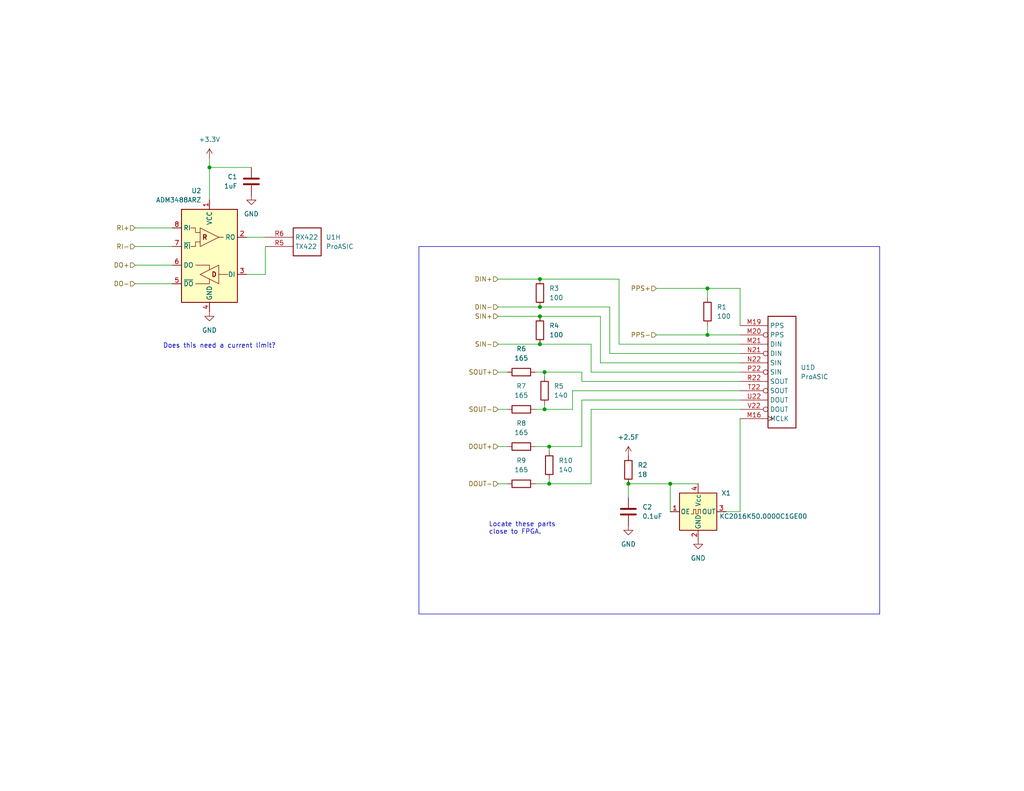
<source format=kicad_sch>
(kicad_sch (version 20231120) (generator "eeschema") (generator_version "8.0")
  (paper "USLetter")
  (title_block (title "QuERI MPU") (date "2024-03-28") (rev "Draft") (company "Noqsi Aerospace Ltd") (comment 1 "15 Blanchard Avenue, Billerica MA 01821") (comment 2 "jpd@noqsi.com"))
  (lib_symbols
    (symbol "Interface_LineDriver:DS89C21"
      (property "Reference" "U" (at -7.62 13.97 0))
      (property "Value" "DS89C21" (at 1.27 13.97 0))
      (symbol "DS89C21_0_0"
        (text "D" (at -1.27 -5.08 0) (effects (font (size 1.27 1.27) (bold yes))))
        (text "R" (at 1.27 5.08 0) (effects (font (size 1.27 1.27) (bold yes))))
      )
      (symbol "DS89C21_0_1"
        (rectangle (start -7.62 12.7) (end 7.62 -12.7) (stroke (width 0.254)) (fill (type background)))
        (polyline (pts (xy -5.08 -5.08) (xy -2.54 -5.08)))
        (polyline (pts (xy -2.54 5.08) (xy -3.81 5.08)))
        (polyline (pts (xy 3.81 -7.62) (xy 0 -7.62) (xy 0 -6.35)))
        (polyline (pts (xy 3.81 -2.54) (xy 0 -2.54) (xy 0 -3.81)))
        (polyline (pts (xy -2.54 -2.54) (xy -2.54 -7.62) (xy 2.54 -5.08) (xy -2.54 -2.54)))
        (polyline (pts (xy 2.54 3.81) (xy 3.81 3.81) (xy 3.81 2.54) (xy 5.08 2.54)))
        (polyline (pts (xy 2.54 6.35) (xy 3.81 6.35) (xy 3.81 7.62) (xy 5.08 7.62)))
        (polyline (pts (xy 2.54 7.62) (xy 2.54 2.54) (xy -2.54 5.08) (xy 2.54 7.62)))
      )
      (symbol "DS89C21_1_1"
        (pin power_in line (at 0 15.24 270) (length 2.54) (name "VCC") (number "1"))
        (pin output line (at -10.16 5.08 0) (length 2.54) (name "RO") (number "2"))
        (pin input line (at -10.16 -5.08 0) (length 2.54) (name "DI") (number "3"))
        (pin power_in line (at 0 -15.24 90) (length 2.54) (name "GND") (number "4"))
        (pin output line (at 10.16 -7.62 180) (length 2.54) (name "~{DO}") (number "5"))
        (pin output line (at 10.16 -2.54 180) (length 2.54) (name "DO") (number "6"))
        (pin input line (at 10.16 2.54 180) (length 2.54) (name "~{RI}") (number "7"))
        (pin input line (at 10.16 7.62 180) (length 2.54) (name "RI") (number "8"))
      )
    )
    (symbol "Oscillator:SG-210SCD" (pin_names (offset 0.254))
      (property "Reference" "X" (at -5.08 6.35 0))
      (property "Value" "SG-210SCD" (at 1.27 -6.35 0))
      (symbol "SG-210SCD_0_1"
        (rectangle (start -5.08 5.08) (end 5.08 -5.08) (stroke (width 0.254)) (fill (type background)))
        (polyline (pts (xy -1.905 -0.635) (xy -1.27 -0.635) (xy -1.27 0.635) (xy -0.635 0.635) (xy -0.635 -0.635) (xy 0 -0.635) (xy 0 0.635) (xy 0.635 0.635) (xy 0.635 -0.635)))
      )
      (symbol "SG-210SCD_1_1"
        (pin input line (at -7.62 0 0) (length 2.54) (name "OE") (number "1"))
        (pin power_in line (at 0 -7.62 90) (length 2.54) (name "GND") (number "2"))
        (pin output line (at 7.62 0 180) (length 2.54) (name "OUT") (number "3"))
        (pin power_in line (at 0 7.62 270) (length 2.54) (name "Vcc") (number "4"))
      )
    )
    (symbol "QuERI_FPGA:ProASIC"
      (property "Reference" "	U" (at 7.62 6.35 0))
      (property "Value" "ProASIC" (at 7.62 3.81 0))
      (symbol "ProASIC_1_1"
        (rectangle (start 7.62 2.54) (end 20.32 -33.02) (stroke (width 0.254)))
        (pin input line (at 0 -17.78 0) (length 7.62) (name "FULL[0]") (number "A10"))
        (pin output line (at 0 0 0) (length 7.62) (name "FCNV[0]") (number "A4"))
        (pin input line (at 0 -2.54 0) (length 7.62) (name "FSDO[0]") (number "A5"))
        (pin output line (at 0 -5.08 0) (length 7.62) (name "FSCK[0]") (number "A6"))
        (pin output line (at 0 -7.62 0) (length 7.62) (name "SCNV[0]") (number "A7"))
        (pin input line (at 0 -10.16 0) (length 7.62) (name "SSDO[0]") (number "A8"))
        (pin input line (at 0 -15.24 0) (length 7.62) (name "OVER[0]") (number "A9"))
        (pin input line (at 0 -20.32 0) (length 7.62) (name "FTRIG[0]") (number "B4"))
        (pin input line (at 0 -22.86 0) (length 7.62) (name "FZX[0]") (number "B5"))
        (pin output line (at 0 -25.4 0) (length 7.62) (name "DUMP[0]") (number "B6"))
        (pin input line (at 0 -27.94 0) (length 7.62) (name "STRIG[0]") (number "B7"))
        (pin input line (at 0 -30.48 0) (length 7.62) (name "SZX[0]") (number "B8"))
        (pin output line (at 0 -12.7 0) (length 7.62) (name "SSCK[0]") (number "B9"))
      )
      (symbol "ProASIC_2_1"
        (rectangle (start 7.62 2.54) (end 20.32 -33.02) (stroke (width 0.254)))
        (pin output line (at 0 0 0) (length 7.62) (name "FCNV[1]") (number "A12"))
        (pin input line (at 0 -2.54 0) (length 7.62) (name "FSDO[1]") (number "A13"))
        (pin output line (at 0 -5.08 0) (length 7.62) (name "FSCK[1]") (number "A14"))
        (pin output line (at 0 -7.62 0) (length 7.62) (name "SCNV[1]") (number "A15"))
        (pin input line (at 0 -10.16 0) (length 7.62) (name "SSDO[1]") (number "A16"))
        (pin input line (at 0 -15.24 0) (length 7.62) (name "OVER[1]") (number "A17"))
        (pin input line (at 0 -17.78 0) (length 7.62) (name "FULL[1]") (number "A18"))
        (pin input line (at 0 -20.32 0) (length 7.62) (name "FTRIG[1]") (number "B12"))
        (pin input line (at 0 -22.86 0) (length 7.62) (name "FZX[1]") (number "B13"))
        (pin output line (at 0 -12.7 0) (length 7.62) (name "SSCK[1]") (number "B14"))
        (pin output line (at 0 -25.4 0) (length 7.62) (name "DUMP[1]") (number "B16"))
        (pin input line (at 0 -27.94 0) (length 7.62) (name "STRIG[1]") (number "B17"))
        (pin input line (at 0 -30.48 0) (length 7.62) (name "SZX[1]") (number "B18"))
      )
      (symbol "ProASIC_3_1"
        (rectangle (start 7.62 2.54) (end 15.24 -33.02) (stroke (width 0.254)))
        (pin input line (at 0 0 0) (length 7.62) (name "BIT1") (number "C21"))
        (pin input line (at 0 -2.54 0) (length 7.62) (name "BIT2") (number "D21"))
        (pin input line (at 0 -5.08 0) (length 7.62) (name "BIT3") (number "D22"))
        (pin input line (at 0 -7.62 0) (length 7.62) (name "BIT4") (number "E21"))
        (pin input line (at 0 -10.16 0) (length 7.62) (name "BIT5") (number "E22"))
        (pin input line (at 0 -12.7 0) (length 7.62) (name "BIT6") (number "F21"))
        (pin input line (at 0 -15.24 0) (length 7.62) (name "BIT7") (number "F22"))
        (pin input line (at 0 -17.78 0) (length 7.62) (name "BIT8") (number "G21"))
        (pin input line (at 0 -20.32 0) (length 7.62) (name "BIT9") (number "G22"))
        (pin input line (at 0 -22.86 0) (length 7.62) (name "BIT10") (number "H22"))
        (pin input line (at 0 -25.4 0) (length 7.62) (name "BIT11") (number "J22"))
        (pin input line (at 0 -27.94 0) (length 7.62) (name "BIT12") (number "K22"))
        (pin input line (at 0 -30.48 0) (length 7.62) (name "BIT13") (number "L22"))
      )
      (symbol "ProASIC_4_1"
        (rectangle (start 7.62 2.54) (end 15.24 -27.94) (stroke (width 0.254)))
        (pin input clock (at 0 -25.4 0) (length 7.62) (name "MCLK") (number "M16"))
        (pin input line (at 0 0 0) (length 7.62) (name "PPS") (number "M19"))
        (pin input inverted (at 0 -2.54 0) (length 7.62) (name "PPS") (number "M20"))
        (pin input line (at 0 -5.08 0) (length 7.62) (name "DIN") (number "M21"))
        (pin input inverted (at 0 -7.62 0) (length 7.62) (name "DIN") (number "N21"))
        (pin input line (at 0 -10.16 0) (length 7.62) (name "SIN") (number "N22"))
        (pin input inverted (at 0 -12.7 0) (length 7.62) (name "SIN") (number "P22"))
        (pin output line (at 0 -15.24 0) (length 7.62) (name "SOUT") (number "R22"))
        (pin output inverted (at 0 -17.78 0) (length 7.62) (name "SOUT") (number "T22"))
        (pin output line (at 0 -20.32 0) (length 7.62) (name "DOUT") (number "U22"))
        (pin output inverted (at 0 -22.86 0) (length 7.62) (name "DOUT") (number "V22"))
      )
      (symbol "ProASIC_5_1"
        (rectangle (start 7.62 2.54) (end 15.24 -20.32) (stroke (width 0.254)))
        (pin input inverted (at 0 -17.78 0) (length 7.62) (name "ID2") (number "AA20"))
        (pin input inverted (at 0 0 0) (length 7.62) (name "PUR") (number "AB12"))
        (pin output line (at 0 -2.54 0) (length 7.62) (name "HVCLK") (number "AB13"))
        (pin input line (at 0 -5.08 0) (length 7.62) (name "DIN") (number "AB15"))
        (pin output line (at 0 -7.62 0) (length 7.62) (name "SCLK") (number "AB16"))
        (pin output inverted (at 0 -10.16 0) (length 7.62) (name "SYNC") (number "AB17"))
        (pin input inverted (at 0 -12.7 0) (length 7.62) (name "ID0") (number "AB18"))
        (pin input inverted (at 0 -15.24 0) (length 7.62) (name "ID1") (number "AB19"))
      )
      (symbol "ProASIC_6_1"
        (rectangle (start 7.62 2.54) (end 15.24 -20.32) (stroke (width 0.254)))
        (pin output line (at 0 -15.24 0) (length 7.62) (name "HKEN0") (number "AA8"))
        (pin output line (at 0 -17.78 0) (length 7.62) (name "HKEN1") (number "AA9"))
        (pin output line (at 0 0 0) (length 7.62) (name "HSCK") (number "AB4"))
        (pin input line (at 0 -2.54 0) (length 7.62) (name "HSDO") (number "AB5"))
        (pin output line (at 0 -5.08 0) (length 7.62) (name "HCNV") (number "AB6"))
        (pin output line (at 0 -7.62 0) (length 7.62) (name "HK0") (number "AB7"))
        (pin output line (at 0 -10.16 0) (length 7.62) (name "HK1") (number "AB8"))
        (pin output line (at 0 -12.7 0) (length 7.62) (name "HK2") (number "AB9"))
      )
      (symbol "ProASIC_7_1"
        (rectangle (start 7.62 2.54) (end 17.78 -50.8) (stroke (width 0.254)))
        (pin output line (at 0 -48.26 0) (length 7.62) (name "BLUE") (number "L1"))
        (pin output line (at 0 -45.72 0) (length 7.62) (name "GREEN") (number "M2"))
        (pin output line (at 0 -43.18 0) (length 7.62) (name "YELLOW") (number "N1"))
        (pin output line (at 0 -40.64 0) (length 7.62) (name "RED") (number "N2"))
        (pin output line (at 0 -38.1 0) (length 7.62) (name "DB15") (number "P1"))
        (pin output line (at 0 -35.56 0) (length 7.62) (name "DB14") (number "P2"))
        (pin output line (at 0 -33.02 0) (length 7.62) (name "DB13") (number "P3"))
        (pin output line (at 0 -30.48 0) (length 7.62) (name "DB12") (number "R1"))
        (pin output line (at 0 -27.94 0) (length 7.62) (name "DB11") (number "R2"))
        (pin output line (at 0 -25.4 0) (length 7.62) (name "DB10") (number "T1"))
        (pin output line (at 0 -22.86 0) (length 7.62) (name "DB9") (number "T2"))
        (pin output line (at 0 -20.32 0) (length 7.62) (name "DB8") (number "T3"))
        (pin output line (at 0 -17.78 0) (length 7.62) (name "DB7") (number "U1"))
        (pin output line (at 0 -15.24 0) (length 7.62) (name "DB6") (number "U2"))
        (pin output line (at 0 -12.7 0) (length 7.62) (name "DB5") (number "U3"))
        (pin output line (at 0 -10.16 0) (length 7.62) (name "DB4") (number "V1"))
        (pin output line (at 0 -7.62 0) (length 7.62) (name "DB3") (number "V2"))
        (pin output line (at 0 -5.08 0) (length 7.62) (name "DB2") (number "W1"))
        (pin output line (at 0 -2.54 0) (length 7.62) (name "DB1") (number "W2"))
        (pin output line (at 0 0 0) (length 7.62) (name "DB0") (number "Y2"))
      )
      (symbol "ProASIC_8_1"
        (rectangle (start 7.62 2.54) (end 15.24 -5.08) (stroke (width 0.254)))
        (pin output line (at 0 -2.54 0) (length 7.62) (name "TX422") (number "R5"))
        (pin input line (at 0 0 0) (length 7.62) (name "RX422") (number "R6"))
      )
      (symbol "ProASIC_9_1"
        (rectangle (start 7.62 2.54) (end 15.24 -71.12) (stroke (width 0.254)))
        (pin power_in line (at 0 -5.08 0) (length 7.62) (name "+1.5V") (number "C14"))
        (pin power_in line (at 0 -7.62 0) (length 7.62) (name "+1.5V") (number "C15"))
        (pin power_in line (at 0 0 0) (length 7.62) (name "+1.5V") (number "C8"))
        (pin power_in line (at 0 -2.54 0) (length 7.62) (name "+1.5V") (number "C9"))
        (pin power_in line (at 0 -12.7 0) (length 7.62) (name "+1.5V") (number "H20"))
        (pin power_in line (at 0 -10.16 0) (length 7.62) (name "+1.5V") (number "H3"))
        (pin power_in line (at 0 -15.24 0) (length 7.62) (name "+1.5V") (number "J10"))
        (pin power_in line (at 0 -17.78 0) (length 7.62) (name "+1.5V") (number "J11"))
        (pin power_in line (at 0 -20.32 0) (length 7.62) (name "+1.5V") (number "J12"))
        (pin power_in line (at 0 -22.86 0) (length 7.62) (name "+1.5V") (number "J13"))
        (pin power_in line (at 0 -27.94 0) (length 7.62) (name "+1.5V") (number "K14"))
        (pin power_in line (at 0 -25.4 0) (length 7.62) (name "+1.5V") (number "K9"))
        (pin power_in line (at 0 -33.02 0) (length 7.62) (name "+1.5V") (number "L14"))
        (pin power_in line (at 0 -30.48 0) (length 7.62) (name "+1.5V") (number "L9"))
        (pin power_in line (at 0 -38.1 0) (length 7.62) (name "+1.5V") (number "M14"))
        (pin power_in line (at 0 -35.56 0) (length 7.62) (name "+1.5V") (number "M9"))
        (pin power_in line (at 0 -43.18 0) (length 7.62) (name "+1.5V") (number "N14"))
        (pin power_in line (at 0 -40.64 0) (length 7.62) (name "+1.5V") (number "N9"))
        (pin power_in line (at 0 -45.72 0) (length 7.62) (name "+1.5V") (number "P10"))
        (pin power_in line (at 0 -48.26 0) (length 7.62) (name "+1.5V") (number "P11"))
        (pin power_in line (at 0 -50.8 0) (length 7.62) (name "+1.5V") (number "P12"))
        (pin power_in line (at 0 -53.34 0) (length 7.62) (name "+1.5V") (number "P13"))
        (pin power_in line (at 0 -58.42 0) (length 7.62) (name "+1.5V") (number "R20"))
        (pin power_in line (at 0 -55.88 0) (length 7.62) (name "+1.5V") (number "R3"))
        (pin power_in line (at 0 -66.04 0) (length 7.62) (name "+1.5V") (number "Y14"))
        (pin power_in line (at 0 -68.58 0) (length 7.62) (name "+1.5V") (number "Y15"))
        (pin power_in line (at 0 -60.96 0) (length 7.62) (name "+1.5V") (number "Y8"))
        (pin power_in line (at 0 -63.5 0) (length 7.62) (name "+1.5V") (number "Y9"))
      )
      (symbol "ProASIC_10_1"
        (rectangle (start 7.62 2.54) (end 17.78 -93.98) (stroke (width 0.254)))
        (pin power_in line (at 0 -45.72 0) (length 7.62) (name "GND") (number "A1"))
        (pin power_in line (at 0 -48.26 0) (length 7.62) (name "GND") (number "A2"))
        (pin power_in line (at 0 -50.8 0) (length 7.62) (name "GND") (number "A21"))
        (pin power_in line (at 0 -53.34 0) (length 7.62) (name "GND") (number "A22"))
        (pin power_in line (at 0 -55.88 0) (length 7.62) (name "GND") (number "AA1"))
        (pin power_in line (at 0 -58.42 0) (length 7.62) (name "GND") (number "AA22"))
        (pin power_in line (at 0 -60.96 0) (length 7.62) (name "GND") (number "AB1"))
        (pin power_in line (at 0 -63.5 0) (length 7.62) (name "GND") (number "AB2"))
        (pin power_in line (at 0 -66.04 0) (length 7.62) (name "GND") (number "AB21"))
        (pin power_in line (at 0 -68.58 0) (length 7.62) (name "GND") (number "AB22"))
        (pin power_in line (at 0 -71.12 0) (length 7.62) (name "GND") (number "B1"))
        (pin power_in line (at 0 0 0) (length 7.62) (name "GND") (number "B2"))
        (pin power_in line (at 0 -73.66 0) (length 7.62) (name "GND") (number "B22"))
        (pin power_in line (at 0 -2.54 0) (length 7.62) (name "GND") (number "C1"))
        (pin power_in line (at 0 -78.74 0) (length 7.62) (name "GND") (number "C18"))
        (pin power_in line (at 0 -76.2 0) (length 7.62) (name "GND") (number "C5"))
        (pin power_in line (at 0 -83.82 0) (length 7.62) (name "GND") (number "D19"))
        (pin power_in line (at 0 -81.28 0) (length 7.62) (name "GND") (number "D4"))
        (pin power_in line (at 0 -91.44 0) (length 7.62) (name "GND") (number "E17"))
        (pin power_in line (at 25.4 0 180) (length 7.62) (name "GND") (number "E20"))
        (pin power_in line (at 0 -86.36 0) (length 7.62) (name "GND") (number "E3"))
        (pin power_in line (at 0 -88.9 0) (length 7.62) (name "GND") (number "E6"))
        (pin power_in line (at 0 -17.78 0) (length 7.62) (name "GND") (number "F16"))
        (pin power_in line (at 0 -10.16 0) (length 7.62) (name "GND") (number "F6"))
        (pin power_in line (at 0 -15.24 0) (length 7.62) (name "GND") (number "F7"))
        (pin power_in line (at 25.4 -5.08 180) (length 7.62) (name "GND") (number "G15"))
        (pin power_in line (at 0 -33.02 0) (length 7.62) (name "GND") (number "G16"))
        (pin power_in line (at 0 -30.48 0) (length 7.62) (name "GND") (number "G7"))
        (pin power_in line (at 25.4 -2.54 180) (length 7.62) (name "GND") (number "G8"))
        (pin power_in line (at 25.4 -10.16 180) (length 7.62) (name "GND") (number "J14"))
        (pin power_in line (at 25.4 -12.7 180) (length 7.62) (name "GND") (number "J20"))
        (pin power_in line (at 0 -12.7 0) (length 7.62) (name "GND") (number "J3"))
        (pin power_in line (at 0 -5.08 0) (length 7.62) (name "GND") (number "J8"))
        (pin power_in line (at 25.4 -7.62 180) (length 7.62) (name "GND") (number "J9"))
        (pin power_in line (at 25.4 -17.78 180) (length 7.62) (name "GND") (number "K10"))
        (pin power_in line (at 25.4 -20.32 180) (length 7.62) (name "GND") (number "K11"))
        (pin power_in line (at 25.4 -22.86 180) (length 7.62) (name "GND") (number "K12"))
        (pin power_in line (at 25.4 -25.4 180) (length 7.62) (name "GND") (number "K13"))
        (pin power_in line (at 25.4 -15.24 180) (length 7.62) (name "GND") (number "K3"))
        (pin power_in line (at 0 -7.62 0) (length 7.62) (name "GND") (number "K8"))
        (pin power_in line (at 25.4 -27.94 180) (length 7.62) (name "GND") (number "L10"))
        (pin power_in line (at 25.4 -30.48 180) (length 7.62) (name "GND") (number "L11"))
        (pin power_in line (at 25.4 -33.02 180) (length 7.62) (name "GND") (number "L12"))
        (pin power_in line (at 25.4 -35.56 180) (length 7.62) (name "GND") (number "L13"))
        (pin power_in line (at 0 -38.1 0) (length 7.62) (name "GND") (number "L18"))
        (pin power_in line (at 0 -35.56 0) (length 7.62) (name "GND") (number "L7"))
        (pin power_in line (at 25.4 -38.1 180) (length 7.62) (name "GND") (number "M1"))
        (pin power_in line (at 25.4 -40.64 180) (length 7.62) (name "GND") (number "M10"))
        (pin power_in line (at 25.4 -43.18 180) (length 7.62) (name "GND") (number "M11"))
        (pin power_in line (at 25.4 -45.72 180) (length 7.62) (name "GND") (number "M12"))
        (pin power_in line (at 25.4 -48.26 180) (length 7.62) (name "GND") (number "M13"))
        (pin power_in line (at 0 -22.86 0) (length 7.62) (name "GND") (number "M18"))
        (pin power_in line (at 0 -20.32 0) (length 7.62) (name "GND") (number "M6"))
        (pin power_in line (at 25.4 -50.8 180) (length 7.62) (name "GND") (number "N10"))
        (pin power_in line (at 25.4 -53.34 180) (length 7.62) (name "GND") (number "N11"))
        (pin power_in line (at 25.4 -55.88 180) (length 7.62) (name "GND") (number "N12"))
        (pin power_in line (at 25.4 -58.42 180) (length 7.62) (name "GND") (number "N13"))
        (pin power_in line (at 25.4 -60.96 180) (length 7.62) (name "GND") (number "N20"))
        (pin power_in line (at 25.4 -66.04 180) (length 7.62) (name "GND") (number "P14"))
        (pin power_in line (at 25.4 -63.5 180) (length 7.62) (name "GND") (number "P9"))
        (pin power_in line (at 0 -25.4 0) (length 7.62) (name "GND") (number "R16"))
        (pin power_in line (at 25.4 -71.12 180) (length 7.62) (name "GND") (number "T15"))
        (pin power_in line (at 0 -43.18 0) (length 7.62) (name "GND") (number "T16"))
        (pin power_in line (at 0 -40.64 0) (length 7.62) (name "GND") (number "T7"))
        (pin power_in line (at 25.4 -68.58 180) (length 7.62) (name "GND") (number "T8"))
        (pin power_in line (at 0 -27.94 0) (length 7.62) (name "GND") (number "U7"))
        (pin power_in line (at 25.4 -78.74 180) (length 7.62) (name "GND") (number "V18"))
        (pin power_in line (at 25.4 -81.28 180) (length 7.62) (name "GND") (number "V20"))
        (pin power_in line (at 25.4 -73.66 180) (length 7.62) (name "GND") (number "V3"))
        (pin power_in line (at 25.4 -76.2 180) (length 7.62) (name "GND") (number "V6"))
        (pin power_in line (at 25.4 -86.36 180) (length 7.62) (name "GND") (number "W19"))
        (pin power_in line (at 25.4 -83.82 180) (length 7.62) (name "GND") (number "W4"))
        (pin power_in line (at 25.4 -91.44 180) (length 7.62) (name "GND") (number "Y18"))
        (pin power_in line (at 25.4 -88.9 180) (length 7.62) (name "GND") (number "Y5"))
      )
      (symbol "ProASIC_11_1"
        (rectangle (start 7.62 2.54) (end 15.24 -73.66) (stroke (width 0.254)))
        (pin power_in line (at 0 -5.08 0) (length 7.62) (name "+3.3V") (number "A20"))
        (pin power_in line (at 0 -2.54 0) (length 7.62) (name "+3.3V") (number "A3"))
        (pin power_in line (at 0 -58.42 0) (length 7.62) (name "+3.3V") (number "AA2"))
        (pin power_in line (at 0 -10.16 0) (length 7.62) (name "+3.3V") (number "AB20"))
        (pin power_in line (at 0 -7.62 0) (length 7.62) (name "+3.3V") (number "AB3"))
        (pin power_in line (at 0 -33.02 0) (length 7.62) (name "+3.3V") (number "B21"))
        (pin power_in line (at 0 -35.56 0) (length 7.62) (name "+3.3V") (number "C22"))
        (pin power_in line (at 0 -53.34 0) (length 7.62) (name "+3.3V") (number "F17"))
        (pin power_in line (at 0 -15.24 0) (length 7.62) (name "+3.3V") (number "H10"))
        (pin power_in line (at 0 -17.78 0) (length 7.62) (name "+3.3V") (number "H13"))
        (pin power_in line (at 0 -20.32 0) (length 7.62) (name "+3.3V") (number "H14"))
        (pin power_in line (at 0 -45.72 0) (length 7.62) (name "+3.3V") (number "H15"))
        (pin power_in line (at 0 -55.88 0) (length 7.62) (name "+3.3V") (number "H21"))
        (pin power_in line (at 0 -43.18 0) (length 7.62) (name "+3.3V") (number "H8"))
        (pin power_in line (at 0 -12.7 0) (length 7.62) (name "+3.3V") (number "H9"))
        (pin power_in line (at 0 -40.64 0) (length 7.62) (name "+3.3V") (number "J15"))
        (pin power_in line (at 0 -38.1 0) (length 7.62) (name "+3.3V") (number "K15"))
        (pin power_in line (at 0 -68.58 0) (length 7.62) (name "+3.3V") (number "N3"))
        (pin power_in line (at 0 -60.96 0) (length 7.62) (name "+3.3V") (number "N8"))
        (pin power_in line (at 0 -63.5 0) (length 7.62) (name "+3.3V") (number "P8"))
        (pin power_in line (at 0 -25.4 0) (length 7.62) (name "+3.3V") (number "R10"))
        (pin power_in line (at 0 -27.94 0) (length 7.62) (name "+3.3V") (number "R13"))
        (pin power_in line (at 0 -30.48 0) (length 7.62) (name "+3.3V") (number "R14"))
        (pin power_in line (at 0 -48.26 0) (length 7.62) (name "+3.3V") (number "R8"))
        (pin power_in line (at 0 -22.86 0) (length 7.62) (name "+3.3V") (number "R9"))
        (pin power_in line (at 0 0 0) (length 7.62) (name "+3.3V") (number "T17"))
        (pin power_in line (at 0 -50.8 0) (length 7.62) (name "+3.3V") (number "U15"))
        (pin power_in line (at 0 -71.12 0) (length 7.62) (name "+3.3V") (number "U6"))
        (pin power_in line (at 0 -66.04 0) (length 7.62) (name "+3.3V") (number "Y1"))
      )
      (symbol "ProASIC_12_1"
        (rectangle (start 7.62 2.54) (end 15.24 -15.24) (stroke (width 0.254)))
        (pin input line (at 0 -5.08 0) (length 7.62) (name "TCK") (number "U16"))
        (pin passive line (at 0 -10.16 0) (length 7.62) (name "VPUMP") (number "U17"))
        (pin input line (at 0 -12.7 0) (length 7.62) (name "TRST") (number "U18"))
        (pin input line (at 0 0 0) (length 7.62) (name "TDI") (number "V17"))
        (pin output line (at 0 -2.54 0) (length 7.62) (name "TDO") (number "V19"))
        (pin input line (at 0 -7.62 0) (length 7.62) (name "TMS") (number "W18"))
      )
      (symbol "ProASIC_13_1"
        (rectangle (start 7.62 2.54) (end 15.24 -15.24) (stroke (width 0.254)))
        (pin power_in line (at 0 0 0) (length 7.62) (name "+2.5F") (number "AA21"))
        (pin power_in line (at 0 -2.54 0) (length 7.62) (name "+2.5F") (number "N15"))
        (pin power_in line (at 0 -5.08 0) (length 7.62) (name "+2.5F") (number "P15"))
        (pin power_in line (at 0 -10.16 0) (length 7.62) (name "+2.5F") (number "P20"))
        (pin power_in line (at 0 -12.7 0) (length 7.62) (name "+2.5F") (number "R15"))
        (pin power_in line (at 0 -7.62 0) (length 7.62) (name "+2.5F") (number "Y22"))
      )
    )
    (symbol "QuERI_symbols:+2.5F" (power) (pin_names (offset 0))
      (property "Value" "+2.5F" (at 0 3.556 0))
      (symbol "+2.5F_0_1"
        (polyline (pts (xy -0.762 1.27) (xy 0 2.54)))
        (polyline (pts (xy 0 0) (xy 0 2.54)))
        (polyline (pts (xy 0 2.54) (xy 0.762 1.27)))
      )
      (symbol "+2.5F_1_1"
        (pin power_in line (at 0 0 90) (length 0) hide (name "+2.5F") (number "1"))
      )
    )
    (symbol "QuERI_symbols:C" (pin_numbers hide) (pin_names (offset 0.254))
      (property "Reference" "C" (at 0.635 2.54 0))
      (property "Value" "1uF" (at 0.635 -2.54 0))
      (symbol "C_0_1"
        (polyline (pts (xy -2.032 -0.762) (xy 2.032 -0.762)) (stroke (width 0.508)))
        (polyline (pts (xy -2.032 0.762) (xy 2.032 0.762)) (stroke (width 0.508)))
      )
      (symbol "C_1_1"
        (pin passive line (at 0 3.81 270) (length 2.794) (name "~") (number "1"))
        (pin passive line (at 0 -3.81 90) (length 2.794) (name "~") (number "2"))
      )
    )
    (symbol "QuERI_symbols:Csmall" (pin_numbers hide) (pin_names (offset 0.254))
      (property "Reference" "C" (at 0.635 2.54 0))
      (property "Value" "Csmall" (at 0.635 -2.54 0))
      (symbol "Csmall_0_1"
        (polyline (pts (xy -2.032 -0.762) (xy 2.032 -0.762)) (stroke (width 0.508)))
        (polyline (pts (xy -2.032 0.762) (xy 2.032 0.762)) (stroke (width 0.508)))
      )
      (symbol "Csmall_1_1"
        (pin passive line (at 0 3.81 270) (length 2.794) (name "~") (number "1"))
        (pin passive line (at 0 -3.81 90) (length 2.794) (name "~") (number "2"))
      )
    )
    (symbol "QuERI_symbols:Rlowp" (pin_numbers hide) (pin_names (offset 0))
      (property "Reference" "R" (at 2.032 0 90))
      (property "Value" "Rlowp" (at 0 0 90))
      (symbol "Rlowp_0_1"
        (rectangle (start -1.016 -2.54) (end 1.016 2.54) (stroke (width 0.254)))
      )
      (symbol "Rlowp_1_1"
        (pin passive line (at 0 3.81 270) (length 1.27) (name "~") (number "1"))
        (pin passive line (at 0 -3.81 90) (length 1.27) (name "~") (number "2"))
      )
    )
    (symbol "power:+3.3V" (power) (pin_names (offset 0))
      (property "Value" "+3.3V" (at 0 3.556 0))
      (symbol "+3.3V_0_1"
        (polyline (pts (xy -0.762 1.27) (xy 0 2.54)))
        (polyline (pts (xy 0 0) (xy 0 2.54)))
        (polyline (pts (xy 0 2.54) (xy 0.762 1.27)))
      )
      (symbol "+3.3V_1_1"
        (pin power_in line (at 0 0 90) (length 0) hide (name "+3.3V") (number "1"))
      )
    )
    (symbol "power:GND" (power) (pin_names (offset 0))
      (property "Value" "GND" (at 0 -3.81 0))
      (symbol "GND_0_1"
        (polyline (pts (xy 0 0) (xy 0 -1.27) (xy 1.27 -1.27) (xy 0 -2.54) (xy -1.27 -1.27) (xy 0 -1.27)))
      )
      (symbol "GND_1_1"
        (pin power_in line (at 0 0 270) (length 0) hide (name "GND") (number "1"))
      )
    )
  )
  (junction (at 149.86 121.92))
  (junction (at 147.32 93.98))
  (junction (at 193.04 78.74))
  (junction (at 193.04 91.44))
  (junction (at 182.88 132.08))
  (junction (at 147.32 83.82))
  (junction (at 57.15 45.72))
  (junction (at 148.59 101.6))
  (junction (at 149.86 132.08))
  (junction (at 148.59 111.76))
  (junction (at 171.45 132.08))
  (junction (at 147.32 86.36))
  (junction (at 147.32 76.2))
  (wire (pts (xy 201.93 104.14) (xy 158.75 104.14)))
  (wire (pts (xy 158.75 109.22) (xy 158.75 121.92)))
  (wire (pts (xy 149.86 121.92) (xy 158.75 121.92)))
  (wire (pts (xy 72.39 74.93) (xy 67.31 74.93)))
  (wire (pts (xy 36.83 67.31) (xy 46.99 67.31)))
  (wire (pts (xy 148.59 101.6) (xy 158.75 101.6)))
  (wire (pts (xy 36.83 77.47) (xy 46.99 77.47)))
  (wire (pts (xy 193.04 88.9) (xy 193.04 91.44)))
  (wire (pts (xy 168.91 76.2) (xy 168.91 93.98)))
  (wire (pts (xy 148.59 101.6) (xy 148.59 102.87)))
  (wire (pts (xy 182.88 139.7) (xy 182.88 132.08)))
  (wire (pts (xy 135.89 101.6) (xy 138.43 101.6)))
  (wire (pts (xy 146.05 121.92) (xy 149.86 121.92)))
  (wire (pts (xy 146.05 101.6) (xy 148.59 101.6)))
  (wire (pts (xy 135.89 132.08) (xy 138.43 132.08)))
  (wire (pts (xy 161.29 111.76) (xy 201.93 111.76)))
  (wire (pts (xy 179.07 91.44) (xy 193.04 91.44)))
  (wire (pts (xy 68.58 45.72) (xy 57.15 45.72)))
  (wire (pts (xy 135.89 76.2) (xy 147.32 76.2)))
  (wire (pts (xy 179.07 78.74) (xy 193.04 78.74)))
  (wire (pts (xy 135.89 93.98) (xy 147.32 93.98)))
  (wire (pts (xy 146.05 132.08) (xy 149.86 132.08)))
  (wire (pts (xy 201.93 101.6) (xy 161.29 101.6)))
  (wire (pts (xy 171.45 135.89) (xy 171.45 132.08)))
  (wire (pts (xy 156.21 106.68) (xy 156.21 111.76)))
  (wire (pts (xy 149.86 121.92) (xy 149.86 123.19)))
  (wire (pts (xy 168.91 93.98) (xy 201.93 93.98)))
  (wire (pts (xy 193.04 78.74) (xy 193.04 81.28)))
  (wire (pts (xy 36.83 72.39) (xy 46.99 72.39)))
  (wire (pts (xy 148.59 111.76) (xy 156.21 111.76)))
  (wire (pts (xy 135.89 83.82) (xy 147.32 83.82)))
  (wire (pts (xy 201.93 78.74) (xy 201.93 88.9)))
  (wire (pts (xy 135.89 86.36) (xy 147.32 86.36)))
  (wire (pts (xy 201.93 139.7) (xy 201.93 114.3)))
  (wire (pts (xy 163.83 86.36) (xy 163.83 99.06)))
  (wire (pts (xy 147.32 86.36) (xy 163.83 86.36)))
  (wire (pts (xy 166.37 96.52) (xy 201.93 96.52)))
  (wire (pts (xy 147.32 83.82) (xy 166.37 83.82)))
  (wire (pts (xy 135.89 111.76) (xy 138.43 111.76)))
  (wire (pts (xy 171.45 132.08) (xy 182.88 132.08)))
  (wire (pts (xy 148.59 110.49) (xy 148.59 111.76)))
  (wire (pts (xy 156.21 106.68) (xy 201.93 106.68)))
  (wire (pts (xy 158.75 109.22) (xy 201.93 109.22)))
  (wire (pts (xy 135.89 121.92) (xy 138.43 121.92)))
  (wire (pts (xy 72.39 67.31) (xy 72.39 74.93)))
  (wire (pts (xy 147.32 76.2) (xy 168.91 76.2)))
  (wire (pts (xy 57.15 43.18) (xy 57.15 45.72)))
  (wire (pts (xy 36.83 62.23) (xy 46.99 62.23)))
  (wire (pts (xy 193.04 91.44) (xy 201.93 91.44)))
  (wire (pts (xy 193.04 78.74) (xy 201.93 78.74)))
  (wire (pts (xy 161.29 93.98) (xy 161.29 101.6)))
  (wire (pts (xy 182.88 132.08) (xy 190.5 132.08)))
  (wire (pts (xy 163.83 99.06) (xy 201.93 99.06)))
  (wire (pts (xy 166.37 83.82) (xy 166.37 96.52)))
  (wire (pts (xy 161.29 111.76) (xy 161.29 132.08)))
  (wire (pts (xy 57.15 45.72) (xy 57.15 54.61)))
  (wire (pts (xy 149.86 132.08) (xy 161.29 132.08)))
  (wire (pts (xy 146.05 111.76) (xy 148.59 111.76)))
  (wire (pts (xy 147.32 93.98) (xy 161.29 93.98)))
  (wire (pts (xy 198.12 139.7) (xy 201.93 139.7)))
  (wire (pts (xy 149.86 130.81) (xy 149.86 132.08)))
  (wire (pts (xy 72.39 64.77) (xy 67.31 64.77)))
  (wire (pts (xy 158.75 104.14) (xy 158.75 101.6)))
  (rectangle (start 114.3 67.31) (end 240.03 167.64))
  (text "Locate these parts\nclose to FPGA." (at 133.35 146.05 0) (effects (font (size 1.27 1.27)) (justify left bottom)))
  (text "Does this need a current limit?" (at 44.45 95.25 0) (effects (font (size 1.27 1.27)) (justify left bottom)))
  (hierarchical_label "PPS-" (shape input) (at 179.07 91.44 180))
  (hierarchical_label "DOUT-" (shape input) (at 135.89 132.08 180))
  (hierarchical_label "RI+" (shape input) (at 36.83 62.23 180))
  (hierarchical_label "RI-" (shape input) (at 36.83 67.31 180))
  (hierarchical_label "DIN-" (shape input) (at 135.89 83.82 180))
  (hierarchical_label "SIN+" (shape input) (at 135.89 86.36 180))
  (hierarchical_label "SOUT-" (shape input) (at 135.89 111.76 180))
  (hierarchical_label "SOUT+" (shape input) (at 135.89 101.6 180))
  (hierarchical_label "DO-" (shape input) (at 36.83 77.47 180))
  (hierarchical_label "DIN+" (shape input) (at 135.89 76.2 180))
  (hierarchical_label "DO+" (shape input) (at 36.83 72.39 180))
  (hierarchical_label "SIN-" (shape input) (at 135.89 93.98 180))
  (hierarchical_label "PPS+" (shape input) (at 179.07 78.74 180))
  (hierarchical_label "DOUT+" (shape input) (at 135.89 121.92 180))
  (symbol (lib_id "QuERI_FPGA:ProASIC") (at 72.39 64.77 0) (unit 8)
    (property "Reference" "	U1" (at 88.9 64.77 0) (effects (justify left)))
    (property "Value" "ProASIC" (at 88.9 67.31 0) (effects (justify left)))
    (property "Footprint" "	Package_BGA:BGA-484_23.0x23.0mm_Layout22x22_P1.0mm" (effects (hide yes)))
    (property "Datasheet" "	https://www.microsemi.com/document-portal/doc_download/130701-ds0098-proasic3e-flash-family-fpgas-datasheet" (effects (hide yes)))
    (property "manf#" "	A3PE3000-FGG484" (effects (hide yes)))
    (property "desc" "	FPGA" (effects (hide yes)))
  )
  (symbol (lib_id "QuERI_symbols:Rlowp") (at 142.24 101.6 270) (unit 1)
    (property "Reference" "R6" (at 142.24 95.25 90))
    (property "Value" "165" (at 142.24 97.79 90))
    (property "Footprint" "Resistor_SMD:R_0603_1608Metric" (effects (hide yes)))
    (property "Spec" "1% 1/10W" (effects (hide yes)))
  )
  (symbol (lib_id "power:GND") (at 68.58 53.34 0) (mirror y) (unit 1)
    (property "Reference" "#PWR03" (effects (hide yes)))
    (property "Value" "GND" (at 68.58 58.42 0))
  )
  (symbol (lib_id "QuERI_symbols:Rlowp") (at 193.04 85.09 0) (unit 1)
    (property "Reference" "R1" (at 195.58 83.82 0) (effects (justify left)))
    (property "Value" "100" (at 195.58 86.36 0) (effects (justify left)))
    (property "Footprint" "Resistor_SMD:R_0603_1608Metric" (effects (hide yes)))
    (property "Spec" "1% 1/10W" (effects (hide yes)))
  )
  (symbol (lib_id "QuERI_symbols:Rlowp") (at 148.59 106.68 0) (unit 1)
    (property "Reference" "R5" (at 151.13 105.41 0) (effects (justify left)))
    (property "Value" "140" (at 151.13 107.95 0) (effects (justify left)))
    (property "Footprint" "Resistor_SMD:R_0603_1608Metric" (effects (hide yes)))
    (property "Spec" "1% 1/10W" (effects (hide yes)))
  )
  (symbol (lib_id "power:GND") (at 171.45 143.51 0) (unit 1)
    (property "Reference" "#PWR05" (effects (hide yes)))
    (property "Value" "GND" (at 171.45 148.59 0))
  )
  (symbol (lib_id "power:+3.3V") (at 57.15 43.18 0) (mirror y) (unit 1)
    (property "Reference" "#PWR01" (effects (hide yes)))
    (property "Value" "+3.3V" (at 57.15 38.1 0))
  )
  (symbol (lib_id "QuERI_symbols:Csmall") (at 171.45 139.7 0) (unit 1)
    (property "Reference" "C2" (at 175.26 138.43 0) (effects (justify left)))
    (property "Value" "0.1uF" (at 175.26 140.97 0) (effects (justify left)))
    (property "Footprint" "Capacitor_SMD:C_0603_1608Metric" (effects (hide yes)))
    (property "Spec" "10WVDC X7R" (effects (hide yes)))
  )
  (symbol (lib_id "Oscillator:SG-210SCD") (at 190.5 139.7 0) (unit 1)
    (property "Reference" "X1" (at 198.12 134.62 0))
    (property "Value" "KC2016K50.0000C1GE00" (at 208.28 140.97 0))
    (property "Datasheet" "https://ele.kyocera.com/assets/products/crystal-device/clock_k_e.pdf" (effects (hide yes)))
  )
  (symbol (lib_id "QuERI_symbols:Rlowp") (at 142.24 111.76 270) (unit 1)
    (property "Reference" "R7" (at 142.24 105.41 90))
    (property "Value" "165" (at 142.24 107.95 90))
    (property "Footprint" "Resistor_SMD:R_0603_1608Metric" (effects (hide yes)))
    (property "Spec" "1% 1/10W" (effects (hide yes)))
  )
  (symbol (lib_id "QuERI_FPGA:ProASIC") (at 201.93 88.9 0) (unit 4)
    (property "Reference" "	U1" (at 218.44 100.33 0) (effects (justify left)))
    (property "Value" "ProASIC" (at 218.44 102.87 0) (effects (justify left)))
    (property "Footprint" "	Package_BGA:BGA-484_23.0x23.0mm_Layout22x22_P1.0mm" (effects (hide yes)))
    (property "Datasheet" "	https://www.microsemi.com/document-portal/doc_download/130701-ds0098-proasic3e-flash-family-fpgas-datasheet" (effects (hide yes)))
    (property "manf#" "	A3PE3000-FGG484" (effects (hide yes)))
    (property "desc" "	FPGA" (effects (hide yes)))
  )
  (symbol (lib_id "QuERI_symbols:Rlowp") (at 142.24 132.08 270) (unit 1)
    (property "Reference" "R9" (at 142.24 125.73 90))
    (property "Value" "165" (at 142.24 128.27 90))
    (property "Footprint" "Resistor_SMD:R_0603_1608Metric" (effects (hide yes)))
    (property "Spec" "1% 1/10W" (effects (hide yes)))
  )
  (symbol (lib_id "QuERI_symbols:Rlowp") (at 147.32 80.01 0) (unit 1)
    (property "Reference" "R3" (at 149.86 78.74 0) (effects (justify left)))
    (property "Value" "100" (at 149.86 81.28 0) (effects (justify left)))
    (property "Footprint" "Resistor_SMD:R_0603_1608Metric" (effects (hide yes)))
    (property "Spec" "1% 1/10W" (effects (hide yes)))
  )
  (symbol (lib_id "QuERI_symbols:Rlowp") (at 171.45 128.27 0) (unit 1)
    (property "Reference" "R2" (at 173.99 127 0) (effects (justify left)))
    (property "Value" "18" (at 173.99 129.54 0) (effects (justify left)))
    (property "Footprint" "Resistor_SMD:R_0603_1608Metric" (effects (hide yes)))
    (property "Spec" "1% 1/10W" (effects (hide yes)))
  )
  (symbol (lib_id "power:GND") (at 57.15 85.09 0) (mirror y) (unit 1)
    (property "Reference" "#PWR02" (effects (hide yes)))
    (property "Value" "GND" (at 57.15 90.17 0))
  )
  (symbol (lib_id "power:GND") (at 190.5 147.32 0) (unit 1)
    (property "Reference" "#PWR04" (effects (hide yes)))
    (property "Value" "GND" (at 190.5 152.4 0))
  )
  (symbol (lib_id "QuERI_symbols:Rlowp") (at 149.86 127 0) (unit 1)
    (property "Reference" "R10" (at 152.4 125.73 0) (effects (justify left)))
    (property "Value" "140" (at 152.4 128.27 0) (effects (justify left)))
    (property "Footprint" "Resistor_SMD:R_0603_1608Metric" (effects (hide yes)))
    (property "Spec" "1% 1/10W" (effects (hide yes)))
  )
  (symbol (lib_id "QuERI_symbols:C") (at 68.58 49.53 0) (mirror y) (unit 1)
    (property "Reference" "C1" (at 64.77 48.26 0) (effects (justify left)))
    (property "Value" "1uF" (at 64.77 50.8 0) (effects (justify left)))
    (property "Footprint" "Capacitor_SMD:C_0805_2012Metric" (effects (hide yes)))
    (property "Spec" "16WVDC X7R" (effects (hide yes)))
  )
  (symbol (lib_id "QuERI_symbols:+2.5F") (at 171.45 124.46 0) (unit 1)
    (property "Reference" "#PWR06" (effects (hide yes)))
    (property "Value" "+2.5F" (at 171.45 119.38 0))
  )
  (symbol (lib_id "QuERI_symbols:Rlowp") (at 142.24 121.92 270) (unit 1)
    (property "Reference" "R8" (at 142.24 115.57 90))
    (property "Value" "165" (at 142.24 118.11 90))
    (property "Footprint" "Resistor_SMD:R_0603_1608Metric" (effects (hide yes)))
    (property "Spec" "1% 1/10W" (effects (hide yes)))
  )
  (symbol (lib_id "QuERI_symbols:Rlowp") (at 147.32 90.17 0) (unit 1)
    (property "Reference" "R4" (at 149.86 88.9 0) (effects (justify left)))
    (property "Value" "100" (at 149.86 91.44 0) (effects (justify left)))
    (property "Footprint" "Resistor_SMD:R_0603_1608Metric" (effects (hide yes)))
    (property "Spec" "1% 1/10W" (effects (hide yes)))
  )
  (symbol (lib_id "Interface_LineDriver:DS89C21") (at 57.15 69.85 0) (mirror y) (unit 1)
    (property "Reference" "U2" (at 54.9559 52.07 0) (effects (justify left)))
    (property "Value" "ADM3488ARZ" (at 54.9559 54.61 0) (effects (justify left)))
    (property "Footprint" "Package_SO:SOIC-8_3.9x4.9mm_P1.27mm" (effects (hide yes)))
    (property "Datasheet" "https://www.analog.com/media/en/technical-documentation/data-sheets/ADM3483_3485_3488_3490_3491.pdf" (effects (hide yes)))
  )
)
</source>
